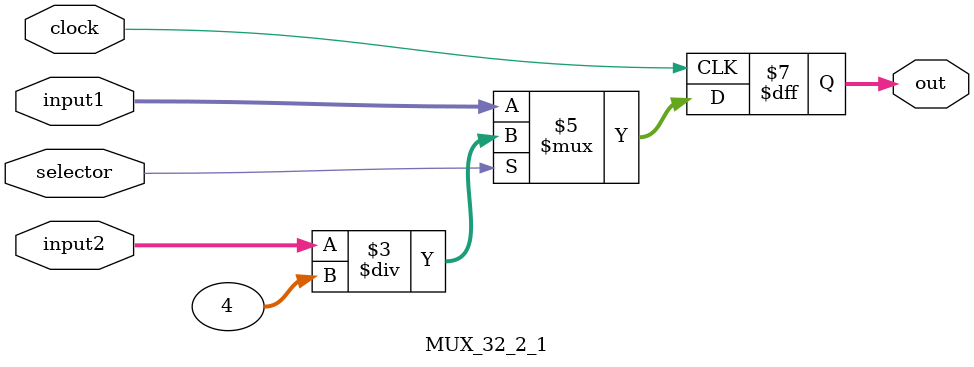
<source format=v>

module MUX_32_2_1(
    out,
    input1,
    input2,
    selector,
    clock
);

    output reg[31:0] out;   // Output to the register memory / ALU

    input[31:0] input1;     // Input from the ALU / output register 2
    input[31:0] input2;     // Input from the Readed data in data memory / Immediate genaretor
    input selector;         // Input from the controler memory toregister / ALU Src
    input clock;

    //choose the value for the ALU / value to write in the register
    always @(posedge clock)
        begin
            if (selector == 1)
                begin
                    out = input2 /4;
                end
            else
                begin
                    out = input1;
                end
        end

endmodule
</source>
